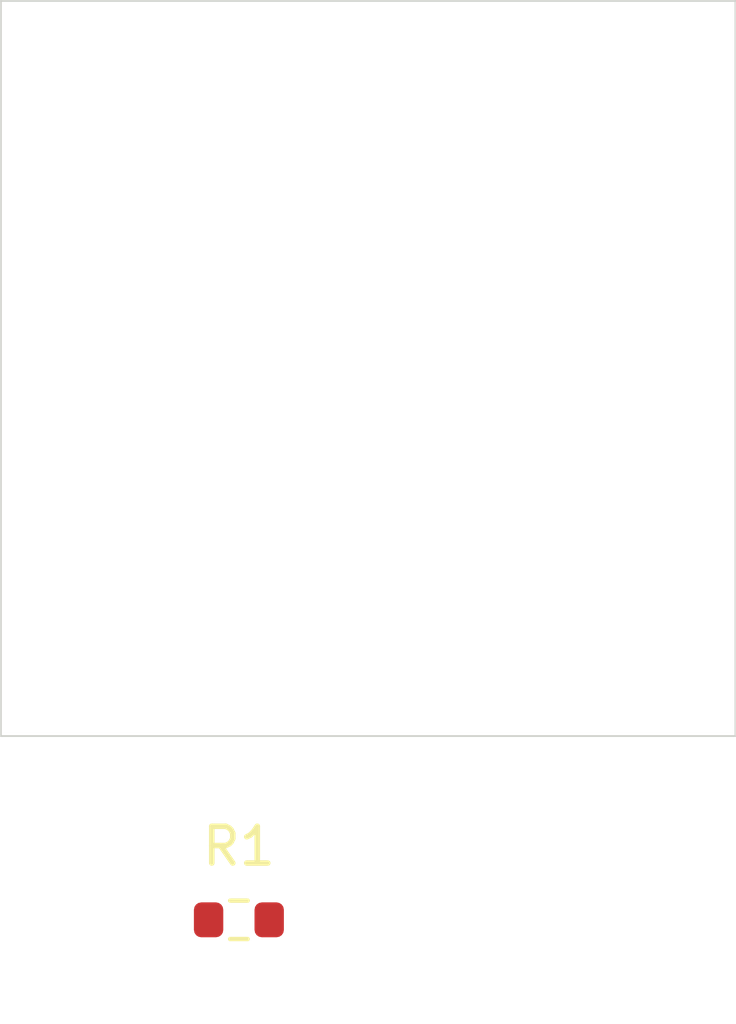
<source format=kicad_pcb>
(kicad_pcb (version 20241229) (generator "pcbnew") (generator_version "9.0")
  (layers (0 "F.Cu" signal) (2 "B.Cu" signal) (13 "F.Paste" user) (15 "B.Paste" user) (5 "F.SilkS" user "F.Silkscreen") (7 "B.SilkS" user "B.Silkscreen") (1 "F.Mask" user) (3 "B.Mask" user) (25 "Edge.Cuts" user))
  (net 0 "")
  (footprint "Resistor_SMD:R_0603_1608Metric" (layer "F.Cu") (at 6.479999999999997 25.0)
    (property "Reference" "R1" (at 0 -2 0) (layer "F.SilkS") (effects (font (size 1.0 1.0))))
    (property "Value" "10k")
    (fp_line (start -0.237258 -0.5225) (end 0.237258 -0.5225) (stroke (width 0.12)) (layer "F.SilkS"))
    (fp_line (start -0.237258 0.5225) (end 0.237258 0.5225) (stroke (width 0.12)) (layer "F.SilkS"))
    (pad "1" smd roundrect (at -0.825 0.0) (size 0.8 0.95) (layers "F.Cu" "F.Mask" "F.Paste"))
    (pad "2" smd roundrect (at 0.825 0.0) (size 0.8 0.95) (layers "F.Cu" "F.Mask" "F.Paste"))
  )
  (gr_rect (start 0 0) (end 20.0 20.0) (stroke (width 0.05)) (fill no) (layer "Edge.Cuts"))
)
</source>
